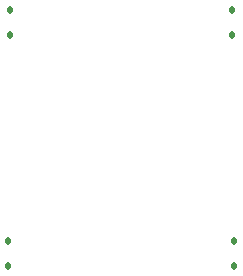
<source format=gbr>
%TF.GenerationSoftware,KiCad,Pcbnew,8.0.8*%
%TF.CreationDate,2025-06-15T23:17:14+08:00*%
%TF.ProjectId,2x2,3278322e-6b69-4636-9164-5f7063625858,rev?*%
%TF.SameCoordinates,Original*%
%TF.FileFunction,Paste,Top*%
%TF.FilePolarity,Positive*%
%FSLAX46Y46*%
G04 Gerber Fmt 4.6, Leading zero omitted, Abs format (unit mm)*
G04 Created by KiCad (PCBNEW 8.0.8) date 2025-06-15 23:17:14*
%MOMM*%
%LPD*%
G01*
G04 APERTURE LIST*
G04 Aperture macros list*
%AMRoundRect*
0 Rectangle with rounded corners*
0 $1 Rounding radius*
0 $2 $3 $4 $5 $6 $7 $8 $9 X,Y pos of 4 corners*
0 Add a 4 corners polygon primitive as box body*
4,1,4,$2,$3,$4,$5,$6,$7,$8,$9,$2,$3,0*
0 Add four circle primitives for the rounded corners*
1,1,$1+$1,$2,$3*
1,1,$1+$1,$4,$5*
1,1,$1+$1,$6,$7*
1,1,$1+$1,$8,$9*
0 Add four rect primitives between the rounded corners*
20,1,$1+$1,$2,$3,$4,$5,0*
20,1,$1+$1,$4,$5,$6,$7,0*
20,1,$1+$1,$6,$7,$8,$9,0*
20,1,$1+$1,$8,$9,$2,$3,0*%
G04 Aperture macros list end*
%ADD10RoundRect,0.112500X-0.112500X0.187500X-0.112500X-0.187500X0.112500X-0.187500X0.112500X0.187500X0*%
G04 APERTURE END LIST*
D10*
%TO.C,D6*%
X102285800Y-63796200D03*
X102285800Y-65896200D03*
%TD*%
%TO.C,D5*%
X102387400Y-44212800D03*
X102387400Y-46312800D03*
%TD*%
%TO.C,D2*%
X121412000Y-63796200D03*
X121412000Y-65896200D03*
%TD*%
%TO.C,D1*%
X121183400Y-46312800D03*
X121183400Y-44212800D03*
%TD*%
M02*

</source>
